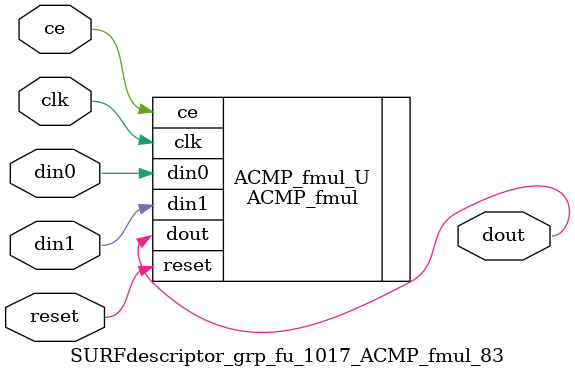
<source format=v>

`timescale 1 ns / 1 ps
module SURFdescriptor_grp_fu_1017_ACMP_fmul_83(
    clk,
    reset,
    ce,
    din0,
    din1,
    dout);

parameter ID = 32'd1;
parameter NUM_STAGE = 32'd1;
parameter din0_WIDTH = 32'd1;
parameter din1_WIDTH = 32'd1;
parameter dout_WIDTH = 32'd1;
input clk;
input reset;
input ce;
input[din0_WIDTH - 1:0] din0;
input[din1_WIDTH - 1:0] din1;
output[dout_WIDTH - 1:0] dout;



ACMP_fmul #(
.ID( ID ),
.NUM_STAGE( 4 ),
.din0_WIDTH( din0_WIDTH ),
.din1_WIDTH( din1_WIDTH ),
.dout_WIDTH( dout_WIDTH ))
ACMP_fmul_U(
    .clk( clk ),
    .reset( reset ),
    .ce( ce ),
    .din0( din0 ),
    .din1( din1 ),
    .dout( dout ));

endmodule

</source>
